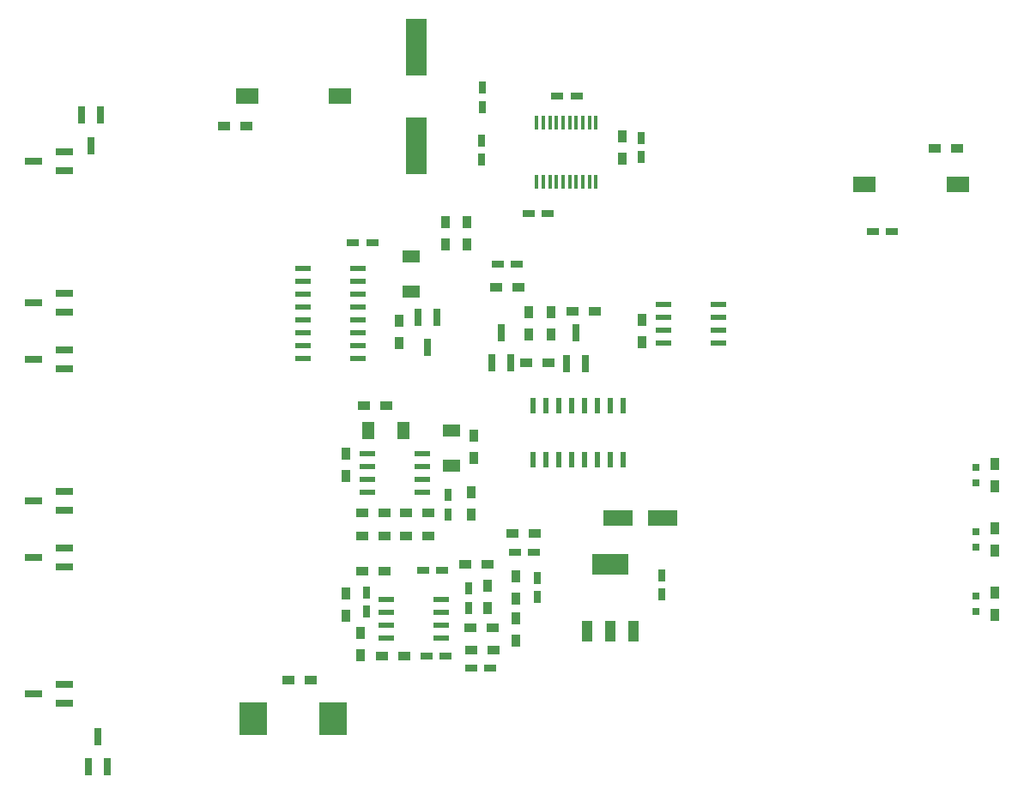
<source format=gbr>
From 7d34875369e4eaa71b397a0dbcc064ae5e5231bd Mon Sep 17 00:00:00 2001
From: jaseg <git@jaseg.net>
Date: Thu, 4 May 2017 13:47:53 +0200
Subject: Design mostly done

---
 hw/chibi/chibi_2024/gerbers/chibi_2024-F.Paste.gbr | 310 +++++++++++++++++++++
 1 file changed, 310 insertions(+)
 create mode 100644 hw/chibi/chibi_2024/gerbers/chibi_2024-F.Paste.gbr

(limited to 'hw/chibi/chibi_2024/gerbers/chibi_2024-F.Paste.gbr')

diff --git a/hw/chibi/chibi_2024/gerbers/chibi_2024-F.Paste.gbr b/hw/chibi/chibi_2024/gerbers/chibi_2024-F.Paste.gbr
new file mode 100644
index 0000000..ac7719b
--- /dev/null
+++ b/hw/chibi/chibi_2024/gerbers/chibi_2024-F.Paste.gbr
@@ -0,0 +1,310 @@
+G04 #@! TF.FileFunction,Paste,Top*
+%FSLAX46Y46*%
+G04 Gerber Fmt 4.6, Leading zero omitted, Abs format (unit mm)*
+G04 Created by KiCad (PCBNEW 4.0.4-1.fc24-product) date Thu May  4 13:36:18 2017*
+%MOMM*%
+%LPD*%
+G01*
+G04 APERTURE LIST*
+%ADD10C,0.100000*%
+%ADD11R,0.900000X1.200000*%
+%ADD12R,2.999740X1.600200*%
+%ADD13R,2.100580X5.600700*%
+%ADD14R,1.699260X1.300480*%
+%ADD15R,1.300480X1.699260*%
+%ADD16R,2.700000X3.200000*%
+%ADD17R,1.200000X0.750000*%
+%ADD18R,0.750000X1.200000*%
+%ADD19R,0.797560X0.797560*%
+%ADD20R,1.800860X0.800100*%
+%ADD21R,0.800100X1.800860*%
+%ADD22R,1.200000X0.900000*%
+%ADD23R,3.657600X2.032000*%
+%ADD24R,1.016000X2.032000*%
+%ADD25R,1.550000X0.600000*%
+%ADD26R,0.450000X1.450000*%
+%ADD27R,0.600000X1.500000*%
+%ADD28R,1.500000X0.600000*%
+%ADD29R,2.180000X1.600000*%
+G04 APERTURE END LIST*
+D10*
+D11*
+X147955000Y-100500000D03*
+X147955000Y-102700000D03*
+D12*
+X110792260Y-93129100D03*
+X115191540Y-93129100D03*
+D13*
+X90881200Y-46662340D03*
+X90881200Y-56360060D03*
+D14*
+X90322400Y-70787260D03*
+X90322400Y-67287140D03*
+X94361000Y-87983060D03*
+X94361000Y-84482940D03*
+D15*
+X86133940Y-84455000D03*
+X89634060Y-84455000D03*
+D16*
+X82690000Y-112903000D03*
+X74790000Y-112903000D03*
+D17*
+X137805200Y-64884300D03*
+X135905200Y-64884300D03*
+X86522600Y-65989200D03*
+X84622600Y-65989200D03*
+X91506000Y-98298000D03*
+X93406000Y-98298000D03*
+X101920000Y-63042800D03*
+X103820000Y-63042800D03*
+X106690200Y-51460400D03*
+X104790200Y-51460400D03*
+X96255800Y-107975400D03*
+X98155800Y-107975400D03*
+X98872000Y-68046600D03*
+X100772000Y-68046600D03*
+D18*
+X115062000Y-98795800D03*
+X115062000Y-100695800D03*
+X113030000Y-55615800D03*
+X113030000Y-57515800D03*
+X97332800Y-57744400D03*
+X97332800Y-55844400D03*
+X97383600Y-50662800D03*
+X97383600Y-52562800D03*
+D17*
+X102486500Y-96520000D03*
+X100586500Y-96520000D03*
+D18*
+X102819200Y-99024400D03*
+X102819200Y-100924400D03*
+X96012000Y-100078500D03*
+X96012000Y-101978500D03*
+X85953600Y-100459500D03*
+X85953600Y-102359500D03*
+D17*
+X91861600Y-106743500D03*
+X93761600Y-106743500D03*
+D18*
+X93980000Y-90871000D03*
+X93980000Y-92771000D03*
+D19*
+X146050000Y-102349300D03*
+X146050000Y-100850700D03*
+X146050000Y-89649300D03*
+X146050000Y-88150700D03*
+X146050000Y-95999300D03*
+X146050000Y-94500700D03*
+D20*
+X56111140Y-78420000D03*
+X56111140Y-76520000D03*
+X53108860Y-77470000D03*
+X56111140Y-92390000D03*
+X56111140Y-90490000D03*
+X53108860Y-91440000D03*
+D21*
+X58486000Y-117706140D03*
+X60386000Y-117706140D03*
+X59436000Y-114703860D03*
+D20*
+X56111140Y-72832000D03*
+X56111140Y-70932000D03*
+X53108860Y-71882000D03*
+X56111140Y-111440000D03*
+X56111140Y-109540000D03*
+X53108860Y-110490000D03*
+D21*
+X59751000Y-53362860D03*
+X57851000Y-53362860D03*
+X58801000Y-56365140D03*
+D20*
+X56111140Y-97978000D03*
+X56111140Y-96078000D03*
+X53108860Y-97028000D03*
+X56111140Y-58862000D03*
+X56111140Y-56962000D03*
+X53108860Y-57912000D03*
+D21*
+X92898000Y-73276460D03*
+X90998000Y-73276460D03*
+X91948000Y-76278740D03*
+X105679200Y-77853540D03*
+X107579200Y-77853540D03*
+X106629200Y-74851260D03*
+X98313200Y-77802740D03*
+X100213200Y-77802740D03*
+X99263200Y-74800460D03*
+D22*
+X74112300Y-54457600D03*
+X71912300Y-54457600D03*
+X144229000Y-56642000D03*
+X142029000Y-56642000D03*
+D11*
+X111201200Y-57665800D03*
+X111201200Y-55465800D03*
+X113157000Y-73576000D03*
+X113157000Y-75776000D03*
+D22*
+X98722000Y-70358000D03*
+X100922000Y-70358000D03*
+X102573000Y-94615000D03*
+X100373000Y-94615000D03*
+D11*
+X100711000Y-98849000D03*
+X100711000Y-101049000D03*
+X100647500Y-105240000D03*
+X100647500Y-103040000D03*
+D22*
+X95674000Y-97663000D03*
+X97874000Y-97663000D03*
+X87495200Y-106794300D03*
+X89695200Y-106794300D03*
+D11*
+X97917000Y-99801500D03*
+X97917000Y-102001500D03*
+X85394800Y-104475100D03*
+X85394800Y-106675100D03*
+D22*
+X87764800Y-98399600D03*
+X85564800Y-98399600D03*
+X80475000Y-109093000D03*
+X78275000Y-109093000D03*
+D11*
+X83921600Y-100601600D03*
+X83921600Y-102801600D03*
+D22*
+X98445500Y-106172000D03*
+X96245500Y-106172000D03*
+X96182000Y-103949500D03*
+X98382000Y-103949500D03*
+D11*
+X89204800Y-73677600D03*
+X89204800Y-75877600D03*
+X96520000Y-87206000D03*
+X96520000Y-85006000D03*
+X83947000Y-88984000D03*
+X83947000Y-86784000D03*
+X147955000Y-87800000D03*
+X147955000Y-90000000D03*
+X147955000Y-94150000D03*
+X147955000Y-96350000D03*
+X104140000Y-72814000D03*
+X104140000Y-75014000D03*
+X101981000Y-72814000D03*
+X101981000Y-75014000D03*
+X95885000Y-63924000D03*
+X95885000Y-66124000D03*
+X93726000Y-63924000D03*
+X93726000Y-66124000D03*
+D23*
+X109982000Y-97739200D03*
+D24*
+X109982000Y-104343200D03*
+X112268000Y-104343200D03*
+X107696000Y-104343200D03*
+D25*
+X115283000Y-72009000D03*
+X115283000Y-73279000D03*
+X115283000Y-74549000D03*
+X115283000Y-75819000D03*
+X120683000Y-75819000D03*
+X120683000Y-74549000D03*
+X120683000Y-73279000D03*
+X120683000Y-72009000D03*
+D26*
+X102739000Y-59973000D03*
+X103389000Y-59973000D03*
+X104039000Y-59973000D03*
+X104689000Y-59973000D03*
+X105339000Y-59973000D03*
+X105989000Y-59973000D03*
+X106639000Y-59973000D03*
+X107289000Y-59973000D03*
+X107939000Y-59973000D03*
+X108589000Y-59973000D03*
+X108589000Y-54073000D03*
+X107939000Y-54073000D03*
+X107289000Y-54073000D03*
+X106639000Y-54073000D03*
+X105989000Y-54073000D03*
+X105339000Y-54073000D03*
+X104689000Y-54073000D03*
+X104039000Y-54073000D03*
+X103389000Y-54073000D03*
+X102739000Y-54073000D03*
+D25*
+X87927200Y-101130100D03*
+X87927200Y-102400100D03*
+X87927200Y-103670100D03*
+X87927200Y-104940100D03*
+X93327200Y-104940100D03*
+X93327200Y-103670100D03*
+X93327200Y-102400100D03*
+X93327200Y-101130100D03*
+D27*
+X111252000Y-82009000D03*
+X109982000Y-82009000D03*
+X108712000Y-82009000D03*
+X107442000Y-82009000D03*
+X106172000Y-82009000D03*
+X104902000Y-82009000D03*
+X103632000Y-82009000D03*
+X102362000Y-82009000D03*
+X102362000Y-87409000D03*
+X103632000Y-87409000D03*
+X104902000Y-87409000D03*
+X106172000Y-87409000D03*
+X107442000Y-87409000D03*
+X108712000Y-87409000D03*
+X109982000Y-87409000D03*
+X111252000Y-87409000D03*
+D25*
+X86073000Y-86741000D03*
+X86073000Y-88011000D03*
+X86073000Y-89281000D03*
+X86073000Y-90551000D03*
+X91473000Y-90551000D03*
+X91473000Y-89281000D03*
+X91473000Y-88011000D03*
+X91473000Y-86741000D03*
+D28*
+X79723000Y-68453000D03*
+X79723000Y-69723000D03*
+X79723000Y-70993000D03*
+X79723000Y-72263000D03*
+X79723000Y-73533000D03*
+X79723000Y-74803000D03*
+X79723000Y-76073000D03*
+X79723000Y-77343000D03*
+X85123000Y-77343000D03*
+X85123000Y-76073000D03*
+X85123000Y-74803000D03*
+X85123000Y-73533000D03*
+X85123000Y-72263000D03*
+X85123000Y-70993000D03*
+X85123000Y-69723000D03*
+X85123000Y-68453000D03*
+D11*
+X96266000Y-92794000D03*
+X96266000Y-90594000D03*
+D22*
+X89832000Y-94932500D03*
+X92032000Y-94932500D03*
+X92032000Y-92646500D03*
+X89832000Y-92646500D03*
+X87714000Y-94932500D03*
+X85514000Y-94932500D03*
+X85514000Y-92646500D03*
+X87714000Y-92646500D03*
+X87904500Y-82042000D03*
+X85704500Y-82042000D03*
+X106240400Y-72694800D03*
+X108440400Y-72694800D03*
+X101719200Y-77825600D03*
+X103919200Y-77825600D03*
+D29*
+X144302430Y-60200320D03*
+X135097570Y-60195680D03*
+X83367830Y-51475420D03*
+X74162970Y-51470780D03*
+M02*
-- 
cgit 


</source>
